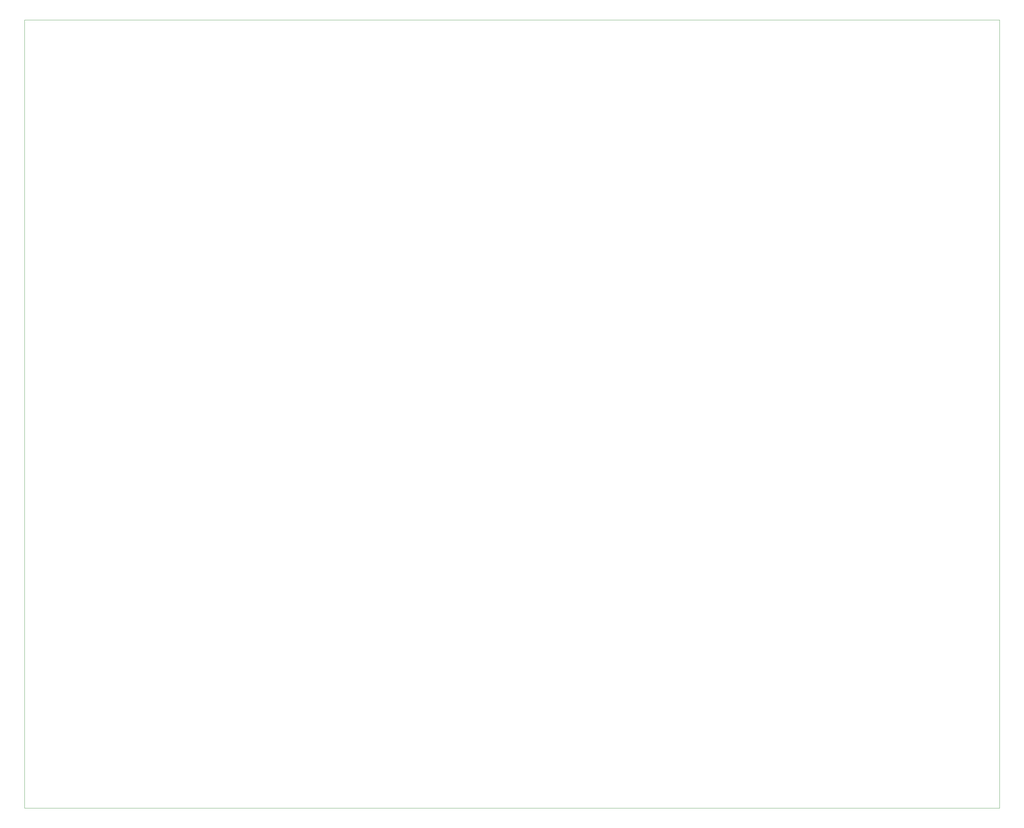
<source format=gbr>
G04 #@! TF.GenerationSoftware,KiCad,Pcbnew,(5.1.5-0)*
G04 #@! TF.CreationDate,2020-09-26T18:09:29-04:00*
G04 #@! TF.ProjectId,vectron_handheld_pcb,76656374-726f-46e5-9f68-616e6468656c,rev?*
G04 #@! TF.SameCoordinates,Original*
G04 #@! TF.FileFunction,Profile,NP*
%FSLAX46Y46*%
G04 Gerber Fmt 4.6, Leading zero omitted, Abs format (unit mm)*
G04 Created by KiCad (PCBNEW (5.1.5-0)) date 2020-09-26 18:09:29*
%MOMM*%
%LPD*%
G04 APERTURE LIST*
%ADD10C,0.100000*%
G04 APERTURE END LIST*
D10*
X237490000Y24130000D02*
X237490000Y-196850000D01*
X-35560000Y24130000D02*
X237490000Y24130000D01*
X-35560000Y-196850000D02*
X-35560000Y24130000D01*
X237490000Y-196850000D02*
X-35560000Y-196850000D01*
M02*

</source>
